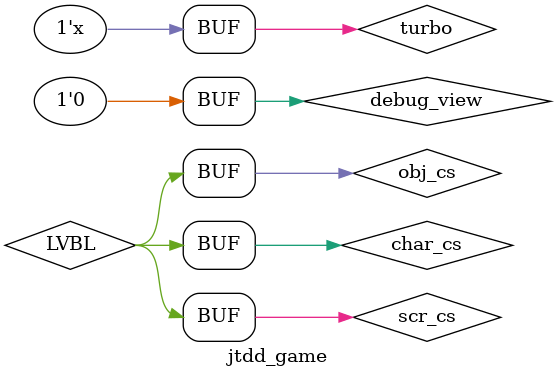
<source format=v>
/*  This file is part of JTCORES.
    JTCORES program is free software: you can redistribute it and/or modify
    it under the terms of the GNU General Public License as published by
    the Free Software Foundation, either version 3 of the License, or
    (at your option) any later version.

    JTCORES program is distributed in the hope that it will be useful,
    but WITHOUT ANY WARRANTY; without even the implied warranty of
    MERCHANTABILITY or FITNESS FOR A PARTICULAR PURPOSE.  See the
    GNU General Public License for more details.

    You should have received a copy of the GNU General Public License
    along with JTCORES.  If not, see <http://www.gnu.org/licenses/>.

    Author: Jose Tejada Gomez. Twitter: @topapate
    Version: 1.0
    Date: 2-12-2019 */

module jtdd_game(
    `include "jtframe_game_ports.inc" // see $JTFRAME/hdl/inc/jtframe_game_ports.inc
);

wire       [12:0]  cpu_AB;
wire               cram_cs, vram_cs, oram_cs, pal_cs;
wire               cpu_wrn;
wire       [ 7:0]  cpu_dout;
wire       [ 7:0]  char_dout, scr_dout, obj_dout, pal_dout;
// video signals
wire               VBL, IMS, H8, flip, nc;
// Sound
wire               mcu_rstb, snd_irq;
wire       [ 7:0]  snd_latch;
// MCU
wire               mcu_irqmain, mcu_halt, com_cs, mcu_nmi_set, mcu_ban;
wire       [ 7:0]  mcu_ram;

wire       [ 8:0]  scrhpos, scrvpos;
wire               cpu_cen, turbo;

assign turbo        = `ifdef ALWAYS_TURBO 1 `else status[13] `endif ;
assign dip_flip     = flip;
assign debug_view   = 0;
assign char_cs      = LVBL;
assign obj_cs       = LVBL;
assign scr_cs       = LVBL;

`ifndef NOMAIN
wire main_cen = turbo ? 1'd1 : cen12;

// CPU and sub CPU from slower clock in order to
// prevent timing error in 6809 CC bit Z
jtdd_main u_main(
    .clk            ( clk24         ),
    .rst            ( rst24         ),
    .cen12          ( main_cen      ),
    .cpu_cen        ( cpu_cen       ),
    .VBL            ( VBL           ),
    .IMS            ( IMS           ), // =VPOS[3]
    // MCU
    .mcu_irqmain    ( mcu_irqmain   ),
    .mcu_halt       ( mcu_halt      ),
    .mcu_ban        ( mcu_ban       ),
    .com_cs         ( com_cs        ),
    .mcu_nmi_set    ( mcu_nmi_set   ),
    .mcu_ram        ( mcu_ram       ),
    // Palette
    .pal_cs         ( pal_cs        ),
    .pal_dout       ( pal_dout      ),
    .flip           ( flip          ),
    // Sound
    .mcu_rstb       ( mcu_rstb      ),
    .snd_irq        ( snd_irq       ),
    .snd_latch      ( snd_latch     ),
    // Characters
    .char_dout      ( char_dout     ),
    .cpu_dout       ( cpu_dout      ),
    .cram_cs        ( cram_cs       ),
    // Objects
    .obj_dout       ( obj_dout      ),
    .oram_cs        ( oram_cs       ),
    // scroll
    .scr_dout       ( scr_dout      ),
    .vram_cs        ( vram_cs       ),
    .scrhpos        ( scrhpos       ),
    .scrvpos        ( scrvpos       ),
    // cabinet I/O
    .start_button   ( start_button  ),
    .coin_input     ( coin_input    ),
    .joystick1      ( joystick1     ),
    .joystick2      ( joystick2     ),
    // BUS sharing
    .cpu_AB         ( cpu_AB        ),
    .RnW            ( cpu_wrn       ),
    // ROM access
    .rom_cs         ( main_cs       ),
    .rom_addr       ( main_addr     ),
    .rom_data       ( main_data     ),
    .rom_ok         ( main_ok       ),
    // DIP switches
    .dip_pause      ( dip_pause     ),
    .service        ( service       ),
    .dipsw_a        ( dipsw[ 7:0]   ),
    .dipsw_b        ( dipsw[15:8]   )
);
`else
assign main_cs   = 1'b0;
assign main_addr = 18'd0;
assign cram_cs   = 1'b0;
assign vram_cs    = 1'b0;
assign oram_cs   = 1'b0;
assign pal_cs    = 1'b0;
assign mcu_cs    = 1'b0;
assign flip      = 1'b0;
assign cpu_AB    = 13'd0;
assign cpu_wrn   = 1'b1;
assign scrhpos   = 9'h0;
assign scrvpos   = 9'h0;
assign snd_latch = 8'd0;
assign snd_irq   = 1'b0;
assign mcu_rstb  = 1'b0;
`endif

`ifndef NOMCU
wire mcu_cen = turbo ? cen3 : cen1p5;

jtdd_mcu u_mcu(
    .clk          (  clk24           ),
    .mcu_rstb     (  mcu_rstb        ),
    .mcu_cen      (  mcu_cen         ),
    // CPU bus
    .cpu_AB       (  cpu_AB[8:0]     ),
    .cpu_wrn      (  cpu_wrn         ),
    .cpu_dout     (  cpu_dout        ),
    .shared_dout  (  mcu_ram         ),
    // CPU Interface
    .com_cs       (  com_cs          ),
    .mcu_nmi_set  (  mcu_nmi_set     ),
    .mcu_halt     (  mcu_halt        ),
    .mcu_irqmain  (  mcu_irqmain     ),
    .mcu_ban      (  mcu_ban         ),
    // PROM programming
    .rom_addr     (  mcu_addr        ),
    .rom_data     (  mcu_data        ),
    .rom_cs       (  mcu_cs          ),
    .rom_ok       (  mcu_ok          )
);
`else
reg    irqmain;
assign mcu_irqmain = irqmain;
assign mcu_ban = 1'b0;
always @(posedge clk) irqmain <= mcu_nmi_set;
wire shared_we = com_cs && !cpu_wrn;
jtframe_ram #(.AW(9)) u_shared(
    .clk    ( clk         ),
    .cen    ( cpu_cen     ),
    .data   ( cpu_dout    ),
    .addr   ( cpu_AB[8:0] ),
    .we     ( shared_we   ),
    .q      ( mcu_ram     )
);
`endif

jtdd_sound u_sound(
    .clk         ( clk24         ),
    .rst         ( rst24         ),
    .cen6        ( cen6          ),
    .H8          ( H8            ),
    // communication with main CPU
    .snd_irq     ( snd_irq       ),
    .snd_latch   ( snd_latch     ),
    // ROM
    .rom_addr    ( snd_addr      ),
    .rom_cs      ( snd_cs        ),
    .rom_data    ( snd_data      ),
    .rom_ok      ( snd_ok        ),

    .adpcm0_addr ( adpcm0_addr   ),
    .adpcm0_cs   ( adpcm0_cs     ),
    .adpcm0_data ( adpcm0_data   ),
    .adpcm0_ok   ( adpcm0_ok     ),

    .adpcm1_addr ( adpcm1_addr   ),
    .adpcm1_cs   ( adpcm1_cs     ),
    .adpcm1_data ( adpcm1_data   ),
    .adpcm1_ok   ( adpcm1_ok     ),
    // Sound output
    .sound       ( snd           ),
    .sample      ( sample        ),
    .peak        ( game_led      )
);

jtdd_video u_video(
    .clk          (  clk             ),
    .rst          (  rst             ),
    .pxl_cen      (  pxl_cen         ),
    .cen_Q        (  cpu_cen         ),
    .cpu_AB       (  cpu_AB          ),
    .pal_cs       (  pal_cs          ),
    .cram_cs      (  cram_cs         ),
    .vram_cs      (  vram_cs         ),
    .oram_cs      (  oram_cs         ),
    .cpu_wrn      (  cpu_wrn         ),
    .cpu_dout     (  cpu_dout        ),
    .char_dout    (  char_dout       ),
    .scr_dout     (  scr_dout        ),
    .obj_dout     (  obj_dout        ),
    .pal_dout     (  pal_dout        ),
    // Scroll position
    .scrhpos      ( scrhpos          ),
    .scrvpos      ( scrvpos          ),
    // video signals
    .VBL          (  VBL             ),
    .LVBL         (  LVBL            ),
    .VS           (  VS              ),
    .LHBL         (  LHBL            ),
    .HS           (  HS              ),
    .IMS          (  IMS             ),
    .flip         (  flip            ),
    .H8           (  H8              ),
    // ROM access
    .char_addr    ( {nc,char_addr}   ),
    .char_data    (  char_data       ),
    .char_ok      (  char_ok         ),
    .scr_addr     (  scr_addr        ),
    .scr_data     (  scr_data        ),
    .scr_ok       (  scr_ok          ),
    .obj_addr     (  obj_addr        ),
    .obj_data     (  obj_data        ),
    .obj_ok       (  obj_ok          ),
    // PROM programming
    .prog_addr    (  prog_addr[7:0]  ),
    .prom_prio_we (  prom_we         ),
    .prom_din     (  prog_data[3:0]  ),
    // Pixel output
    .red          (  red             ),
    .green        (  green           ),
    .blue         (  blue            ),
    // Debug
    .gfx_en       (  gfx_en          ),
    .debug_bus    (  debug_bus       )
);
/*
// Same as locations inside JTCORES.rom file
localparam BANK_ADDR   = 22'h0_0000;
localparam MAIN_ADDR   = 22'h2_0000;
localparam SND_ADDR    = 22'h2_8000;
localparam ADPCM_0     = 22'h3_0000;
localparam ADPCM_1     = 22'h4_0000;
localparam CHAR_ADDR   = 22'h5_0000;

// reallocated:
localparam SCR_ADDR  = 22'h6_0000;
localparam OBJ_ADDR  = 22'h8_0000;
localparam MCU_ADDR  = 22'hC_0000;


jtframe_rom #(
    .SLOT0_AW    ( 15              ),   // Char
    .SLOT0_DW    ( 8               ),
    .SLOT0_OFFSET( CHAR_ADDR>>1    ),

    .SLOT1_AW    ( 17              ),   // Scroll
    .SLOT1_DW    ( 16              ),
    .SLOT1_OFFSET( SCR_ADDR        ),

    .SLOT2_AW    ( 16              ),   // ADPCM 0
    .SLOT2_DW    (  8              ),
    .SLOT2_OFFSET( ADPCM_0>>1      ),

    .SLOT3_AW    ( 16              ),   // ADPCM 1
    .SLOT3_DW    (  8              ),
    .SLOT3_OFFSET( ADPCM_1>>1      ),

    .SLOT5_AW    ( 14              ),   // MCU
    .SLOT5_DW    (  8              ),
    .SLOT5_OFFSET( MCU_ADDR        ),

    .SLOT7_AW    ( 18              ),
    .SLOT7_DW    (  8              ),
    .SLOT7_OFFSET(  0              ),   // Main

    .SLOT8_AW    ( 18              ),   // Objects
    .SLOT8_DW    ( 16              ),
    .SLOT8_OFFSET( OBJ_ADDR        ),

    .SLOT6_AW    ( 15              ),   // Sound
    .SLOT6_DW    (  8              ),
    .SLOT6_OFFSET( SND_ADDR>>1     )
) u_rom (
    .rst         ( rst           ),
    .clk         ( clk           ),

    .slot0_cs    ( LVBL          ),
    .slot1_cs    ( LVBL          ),
    .slot2_cs    ( adpcm0_cs     ), // ADPCM 0
    .slot3_cs    ( adpcm1_cs     ), // ADPCM 1
    .slot4_cs    ( 1'b0          ), // unused
    .slot5_cs    ( mcu_cs        ),
    .slot6_cs    ( snd_cs        ),
    .slot7_cs    ( main_cs       ),
    .slot8_cs    ( 1'b1          ), // objects

    .slot0_ok    ( char_ok       ),
    .slot1_ok    ( scr_ok        ),
    .slot2_ok    ( adpcm0_ok     ),
    .slot3_ok    ( adpcm1_ok     ),
    .slot5_ok    ( mcu_ok        ),
    .slot6_ok    ( snd_ok        ),
    .slot7_ok    ( main_ok       ),
    .slot8_ok    ( obj_ok        ),

    .slot0_addr  ( char_addr[14:0] ),
    .slot1_addr  ( scr_addr      ),
    .slot2_addr  ( adpcm0_addr   ),
    .slot3_addr  ( adpcm1_addr   ),
    .slot5_addr  ( mcu_addr      ),
    .slot6_addr  ( snd_addr      ),
    .slot7_addr  ( main_addr     ),
    .slot8_addr  ( obj_addr[17:0]),

    .slot0_dout  ( char_data     ),
    .slot1_dout  ( scr_data      ),
    .slot2_dout  ( adpcm0_data   ),
    .slot3_dout  ( adpcm1_data   ),
    .slot5_dout  ( mcu_data      ),
    .slot6_dout  ( snd_data      ),
    .slot7_dout  ( main_data     ),
    .slot8_dout  ( obj_data      ),

    // SDRAM interface
    .sdram_rd    ( sdram_req     ),
    .sdram_ack   ( sdram_ack     ),
    .data_dst    ( data_dst      ),
    .data_rdy    ( data_rdy      ),
    .downloading ( downloading   ),
    .sdram_addr  ( sdram_addr    ),
    .data_read   ( data_read     ),
    // Unused
    .slot4_addr  (               ),
    .slot4_dout  (               ),
    .slot4_ok    (               )
);
*/
endmodule
</source>
